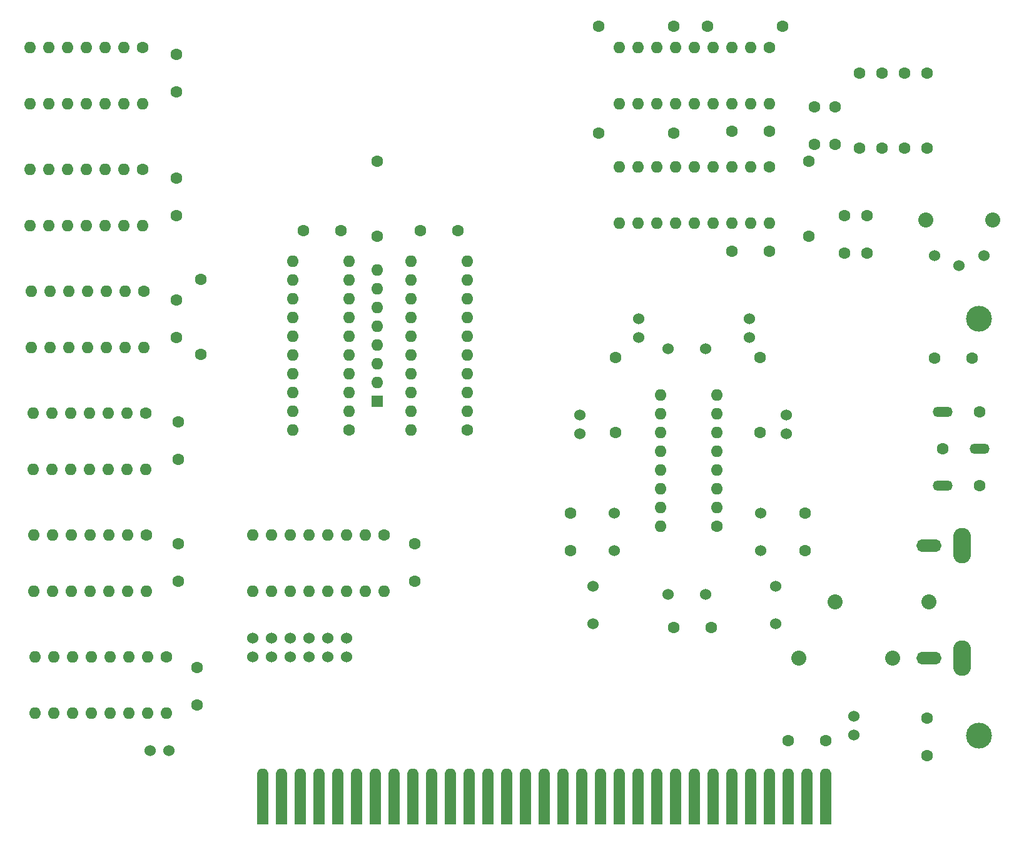
<source format=gbr>
%TF.GenerationSoftware,KiCad,Pcbnew,(6.0.11)*%
%TF.CreationDate,2023-02-07T20:42:09-07:00*%
%TF.ProjectId,gameblaster,67616d65-626c-4617-9374-65722e6b6963,1*%
%TF.SameCoordinates,Original*%
%TF.FileFunction,Soldermask,Top*%
%TF.FilePolarity,Negative*%
%FSLAX46Y46*%
G04 Gerber Fmt 4.6, Leading zero omitted, Abs format (unit mm)*
G04 Created by KiCad (PCBNEW (6.0.11)) date 2023-02-07 20:42:09*
%MOMM*%
%LPD*%
G01*
G04 APERTURE LIST*
G04 Aperture macros list*
%AMFreePoly0*
4,1,18,0.134939,4.178957,0.303847,4.127800,0.456456,4.039157,0.584580,3.917785,0.681346,3.770192,0.741562,3.604298,0.762000,3.429000,0.762000,-3.429000,-0.762000,-3.429000,-0.762000,3.429000,-0.756157,3.523184,-0.714209,3.694612,-0.633949,3.851791,-0.519683,3.986292,-0.377540,4.090897,-0.215144,4.159997,-0.041208,4.189885,0.134939,4.178957,0.134939,4.178957,$1*%
G04 Aperture macros list end*
%ADD10FreePoly0,0.000000*%
%ADD11C,3.500000*%
%ADD12C,1.600200*%
%ADD13O,2.400000X4.800000*%
%ADD14O,3.400000X1.700000*%
%ADD15C,1.524000*%
%ADD16C,2.032000*%
%ADD17C,1.600000*%
%ADD18O,1.600000X1.600000*%
%ADD19O,2.700000X1.350000*%
%ADD20R,1.600000X1.600000*%
G04 APERTURE END LIST*
D10*
%TO.C,BUS1*%
X173228000Y-135001000D03*
X170688000Y-135001000D03*
X168148000Y-135001000D03*
X165608000Y-135001000D03*
X163068000Y-135001000D03*
X160528000Y-135001000D03*
X157988000Y-135001000D03*
X155448000Y-135001000D03*
X152908000Y-135001000D03*
X150368000Y-135001000D03*
X147828000Y-135001000D03*
X145288000Y-135001000D03*
X142748000Y-135001000D03*
X140208000Y-135001000D03*
X137668000Y-135001000D03*
X135128000Y-135001000D03*
X132588000Y-135001000D03*
X130048000Y-135001000D03*
X127508000Y-135001000D03*
X124968000Y-135001000D03*
X122428000Y-135001000D03*
X119888000Y-135001000D03*
X117348000Y-135001000D03*
X114808000Y-135001000D03*
X112268000Y-135001000D03*
X109728000Y-135001000D03*
X107188000Y-135001000D03*
X104648000Y-135001000D03*
X102108000Y-135001000D03*
X99568000Y-135001000D03*
X97028000Y-135001000D03*
%TD*%
D11*
%TO.C,F1*%
X193929000Y-69850000D03*
X193929000Y-126365000D03*
%TD*%
D12*
%TO.C,R4*%
X144780000Y-75120500D03*
X144780000Y-85280500D03*
%TD*%
%TO.C,C15*%
X85344000Y-50800000D03*
X85344000Y-55880000D03*
%TD*%
%TO.C,C32*%
X85344000Y-34036000D03*
X85344000Y-39116000D03*
%TD*%
D13*
%TO.C,S2*%
X191676000Y-100584000D03*
D14*
X187176000Y-100584000D03*
%TD*%
D12*
%TO.C,C13*%
X152654000Y-111696500D03*
X157734000Y-111696500D03*
%TD*%
D15*
%TO.C,RP1*%
X187938598Y-61329402D03*
D16*
X195762000Y-56506000D03*
X186762000Y-56506000D03*
D15*
X191262000Y-62706000D03*
X194585402Y-61329402D03*
%TD*%
D12*
%TO.C,R1*%
X186944000Y-36576000D03*
X186944000Y-46736000D03*
%TD*%
%TO.C,C24*%
X174498000Y-41148000D03*
X174498000Y-46228000D03*
%TD*%
D17*
%TO.C,IC5*%
X113411000Y-99187000D03*
D18*
X110871000Y-99187000D03*
X108331000Y-99187000D03*
X105791000Y-99187000D03*
X103251000Y-99187000D03*
X100711000Y-99187000D03*
X98171000Y-99187000D03*
X95631000Y-99187000D03*
X95631000Y-106807000D03*
X98171000Y-106807000D03*
X100711000Y-106807000D03*
X103251000Y-106807000D03*
X105791000Y-106807000D03*
X108331000Y-106807000D03*
X110871000Y-106807000D03*
X113411000Y-106807000D03*
%TD*%
D12*
%TO.C,C21*%
X85598000Y-83820000D03*
X85598000Y-88900000D03*
%TD*%
%TO.C,R7*%
X142494000Y-44704000D03*
X152654000Y-44704000D03*
%TD*%
D17*
%TO.C,IC3*%
X165608000Y-33147000D03*
D18*
X163068000Y-33147000D03*
X160528000Y-33147000D03*
X157988000Y-33147000D03*
X155448000Y-33147000D03*
X152908000Y-33147000D03*
X150368000Y-33147000D03*
X147828000Y-33147000D03*
X145288000Y-33147000D03*
X145288000Y-40767000D03*
X147828000Y-40767000D03*
X150368000Y-40767000D03*
X152908000Y-40767000D03*
X155448000Y-40767000D03*
X157988000Y-40767000D03*
X160528000Y-40767000D03*
X163068000Y-40767000D03*
X165608000Y-40767000D03*
%TD*%
D15*
%TO.C,C9*%
X166433500Y-106108500D03*
X166433500Y-111188500D03*
%TD*%
D12*
%TO.C,R10*%
X170942000Y-48514000D03*
X170942000Y-58674000D03*
%TD*%
%TO.C,C23*%
X171704000Y-41148000D03*
X171704000Y-46228000D03*
%TD*%
%TO.C,R6*%
X112522000Y-58674000D03*
X112522000Y-48514000D03*
%TD*%
%TO.C,C8*%
X170434000Y-101282500D03*
X170434000Y-96202500D03*
%TD*%
D17*
%TO.C,S3*%
X189040000Y-87503000D03*
X194040000Y-92503000D03*
X194040000Y-82503000D03*
D19*
X194040000Y-87503000D03*
X189040000Y-82503000D03*
X189040000Y-92503000D03*
%TD*%
D17*
%TO.C,IC1*%
X158496000Y-97980500D03*
D18*
X158496000Y-95440500D03*
X158496000Y-92900500D03*
X158496000Y-90360500D03*
X158496000Y-87820500D03*
X158496000Y-85280500D03*
X158496000Y-82740500D03*
X158496000Y-80200500D03*
X150876000Y-80200500D03*
X150876000Y-82740500D03*
X150876000Y-85280500D03*
X150876000Y-87820500D03*
X150876000Y-90360500D03*
X150876000Y-92900500D03*
X150876000Y-95440500D03*
X150876000Y-97980500D03*
%TD*%
D12*
%TO.C,C28*%
X118364000Y-57912000D03*
X123444000Y-57912000D03*
%TD*%
%TO.C,C22*%
X187960000Y-75184000D03*
X193040000Y-75184000D03*
%TD*%
D15*
%TO.C,C29*%
X177038000Y-123698000D03*
X177038000Y-126238000D03*
%TD*%
%TO.C,C7*%
X156972000Y-107188000D03*
X151892000Y-107188000D03*
%TD*%
D12*
%TO.C,C37*%
X173228000Y-127000000D03*
X168148000Y-127000000D03*
%TD*%
D17*
%TO.C,IC12*%
X81280000Y-99187000D03*
D18*
X78740000Y-99187000D03*
X76200000Y-99187000D03*
X73660000Y-99187000D03*
X71120000Y-99187000D03*
X68580000Y-99187000D03*
X66040000Y-99187000D03*
X66040000Y-106807000D03*
X68580000Y-106807000D03*
X71120000Y-106807000D03*
X73660000Y-106807000D03*
X76200000Y-106807000D03*
X78740000Y-106807000D03*
X81280000Y-106807000D03*
%TD*%
D17*
%TO.C,IC11*%
X80899000Y-66167000D03*
D18*
X78359000Y-66167000D03*
X75819000Y-66167000D03*
X73279000Y-66167000D03*
X70739000Y-66167000D03*
X68199000Y-66167000D03*
X65659000Y-66167000D03*
X65659000Y-73787000D03*
X68199000Y-73787000D03*
X70739000Y-73787000D03*
X73279000Y-73787000D03*
X75819000Y-73787000D03*
X78359000Y-73787000D03*
X80899000Y-73787000D03*
%TD*%
D12*
%TO.C,R11*%
X177800000Y-36576000D03*
X177800000Y-46736000D03*
%TD*%
%TO.C,C27*%
X88138000Y-117094000D03*
X88138000Y-122174000D03*
%TD*%
D20*
%TO.C,RN1*%
X112522000Y-81026000D03*
D18*
X112522000Y-78486000D03*
X112522000Y-75946000D03*
X112522000Y-73406000D03*
X112522000Y-70866000D03*
X112522000Y-68326000D03*
X112522000Y-65786000D03*
X112522000Y-63246000D03*
%TD*%
D17*
%TO.C,IC10*%
X83947000Y-115697000D03*
D18*
X81407000Y-115697000D03*
X78867000Y-115697000D03*
X76327000Y-115697000D03*
X73787000Y-115697000D03*
X71247000Y-115697000D03*
X68707000Y-115697000D03*
X66167000Y-115697000D03*
X66167000Y-123317000D03*
X68707000Y-123317000D03*
X71247000Y-123317000D03*
X73787000Y-123317000D03*
X76327000Y-123317000D03*
X78867000Y-123317000D03*
X81407000Y-123317000D03*
X83947000Y-123317000D03*
%TD*%
D12*
%TO.C,R2*%
X183896000Y-36576000D03*
X183896000Y-46736000D03*
%TD*%
D15*
%TO.C,C1*%
X147891500Y-69850000D03*
X147891500Y-72390000D03*
%TD*%
D17*
%TO.C,IC8*%
X81153000Y-82677000D03*
D18*
X78613000Y-82677000D03*
X76073000Y-82677000D03*
X73533000Y-82677000D03*
X70993000Y-82677000D03*
X68453000Y-82677000D03*
X65913000Y-82677000D03*
X65913000Y-90297000D03*
X68453000Y-90297000D03*
X70993000Y-90297000D03*
X73533000Y-90297000D03*
X76073000Y-90297000D03*
X78613000Y-90297000D03*
X81153000Y-90297000D03*
%TD*%
D17*
%TO.C,IC2*%
X165608000Y-49276000D03*
D18*
X163068000Y-49276000D03*
X160528000Y-49276000D03*
X157988000Y-49276000D03*
X155448000Y-49276000D03*
X152908000Y-49276000D03*
X150368000Y-49276000D03*
X147828000Y-49276000D03*
X145288000Y-49276000D03*
X145288000Y-56896000D03*
X147828000Y-56896000D03*
X150368000Y-56896000D03*
X152908000Y-56896000D03*
X155448000Y-56896000D03*
X157988000Y-56896000D03*
X160528000Y-56896000D03*
X163068000Y-56896000D03*
X165608000Y-56896000D03*
%TD*%
D12*
%TO.C,C26*%
X175768000Y-55880000D03*
X175768000Y-60960000D03*
%TD*%
D15*
%TO.C,C3*%
X144589500Y-96202500D03*
X144589500Y-101282500D03*
%TD*%
D12*
%TO.C,C25*%
X178816000Y-55880000D03*
X178816000Y-60960000D03*
%TD*%
%TO.C,R3*%
X164338000Y-75120500D03*
X164338000Y-85280500D03*
%TD*%
D15*
%TO.C,C11*%
X162877500Y-69850000D03*
X162877500Y-72390000D03*
%TD*%
D12*
%TO.C,C16*%
X85344000Y-67310000D03*
X85344000Y-72390000D03*
%TD*%
%TO.C,R5*%
X142494000Y-30226000D03*
X152654000Y-30226000D03*
%TD*%
%TO.C,C19*%
X165608000Y-60706000D03*
X160528000Y-60706000D03*
%TD*%
%TO.C,C38*%
X186944000Y-123952000D03*
X186944000Y-129032000D03*
%TD*%
%TO.C,C18*%
X160528000Y-44450000D03*
X165608000Y-44450000D03*
%TD*%
D15*
%TO.C,C10*%
X167830500Y-85471000D03*
X167830500Y-82931000D03*
%TD*%
D17*
%TO.C,IC9*%
X80772000Y-49657000D03*
D18*
X78232000Y-49657000D03*
X75692000Y-49657000D03*
X73152000Y-49657000D03*
X70612000Y-49657000D03*
X68072000Y-49657000D03*
X65532000Y-49657000D03*
X65532000Y-57277000D03*
X68072000Y-57277000D03*
X70612000Y-57277000D03*
X73152000Y-57277000D03*
X75692000Y-57277000D03*
X78232000Y-57277000D03*
X80772000Y-57277000D03*
%TD*%
D13*
%TO.C,S1*%
X191676000Y-115824000D03*
D14*
X187176000Y-115824000D03*
%TD*%
D12*
%TO.C,R19*%
X88646000Y-74676000D03*
X88646000Y-64516000D03*
%TD*%
D15*
%TO.C,C6*%
X164401500Y-96202500D03*
X164401500Y-101282500D03*
%TD*%
D12*
%TO.C,C20*%
X107569000Y-57912000D03*
X102489000Y-57912000D03*
%TD*%
D17*
%TO.C,IC6*%
X80772000Y-33147000D03*
D18*
X78232000Y-33147000D03*
X75692000Y-33147000D03*
X73152000Y-33147000D03*
X70612000Y-33147000D03*
X68072000Y-33147000D03*
X65532000Y-33147000D03*
X65532000Y-40767000D03*
X68072000Y-40767000D03*
X70612000Y-40767000D03*
X73152000Y-40767000D03*
X75692000Y-40767000D03*
X78232000Y-40767000D03*
X80772000Y-40767000D03*
%TD*%
D12*
%TO.C,R12*%
X180848000Y-36576000D03*
X180848000Y-46736000D03*
%TD*%
%TO.C,C17*%
X85598000Y-100330000D03*
X85598000Y-105410000D03*
%TD*%
D17*
%TO.C,IC7*%
X124714000Y-84963000D03*
D18*
X124714000Y-82423000D03*
X124714000Y-79883000D03*
X124714000Y-77343000D03*
X124714000Y-74803000D03*
X124714000Y-72263000D03*
X124714000Y-69723000D03*
X124714000Y-67183000D03*
X124714000Y-64643000D03*
X124714000Y-62103000D03*
X117094000Y-62103000D03*
X117094000Y-64643000D03*
X117094000Y-67183000D03*
X117094000Y-69723000D03*
X117094000Y-72263000D03*
X117094000Y-74803000D03*
X117094000Y-77343000D03*
X117094000Y-79883000D03*
X117094000Y-82423000D03*
X117094000Y-84963000D03*
%TD*%
D15*
%TO.C,C5*%
X141732000Y-106108500D03*
X141732000Y-111188500D03*
%TD*%
D12*
%TO.C,C4*%
X138684000Y-101282500D03*
X138684000Y-96202500D03*
%TD*%
D15*
%TO.C,C2*%
X139954000Y-85471000D03*
X139954000Y-82931000D03*
%TD*%
%TO.C,C30*%
X84328000Y-128333500D03*
X81788000Y-128333500D03*
%TD*%
%TO.C,C12*%
X156972000Y-73914000D03*
X151892000Y-73914000D03*
%TD*%
D17*
%TO.C,IC4*%
X108712000Y-84963000D03*
D18*
X108712000Y-82423000D03*
X108712000Y-79883000D03*
X108712000Y-77343000D03*
X108712000Y-74803000D03*
X108712000Y-72263000D03*
X108712000Y-69723000D03*
X108712000Y-67183000D03*
X108712000Y-64643000D03*
X108712000Y-62103000D03*
X101092000Y-62103000D03*
X101092000Y-64643000D03*
X101092000Y-67183000D03*
X101092000Y-69723000D03*
X101092000Y-72263000D03*
X101092000Y-74803000D03*
X101092000Y-77343000D03*
X101092000Y-79883000D03*
X101092000Y-82423000D03*
X101092000Y-84963000D03*
%TD*%
D12*
%TO.C,R9*%
X167386000Y-30226000D03*
X157226000Y-30226000D03*
%TD*%
D16*
%TO.C,L1*%
X182245000Y-115824000D03*
X169545000Y-115824000D03*
%TD*%
D12*
%TO.C,C14*%
X117602000Y-100330000D03*
X117602000Y-105410000D03*
%TD*%
D15*
%TO.C,J1*%
X95631000Y-115697000D03*
X95631000Y-113157000D03*
X98171000Y-115697000D03*
X98171000Y-113157000D03*
X100711000Y-115697000D03*
X100711000Y-113157000D03*
X103251000Y-115697000D03*
X103251000Y-113157000D03*
X105791000Y-115697000D03*
X105791000Y-113157000D03*
X108331000Y-115697000D03*
X108331000Y-113157000D03*
%TD*%
D16*
%TO.C,L2*%
X187198000Y-108204000D03*
X174498000Y-108204000D03*
%TD*%
M02*

</source>
